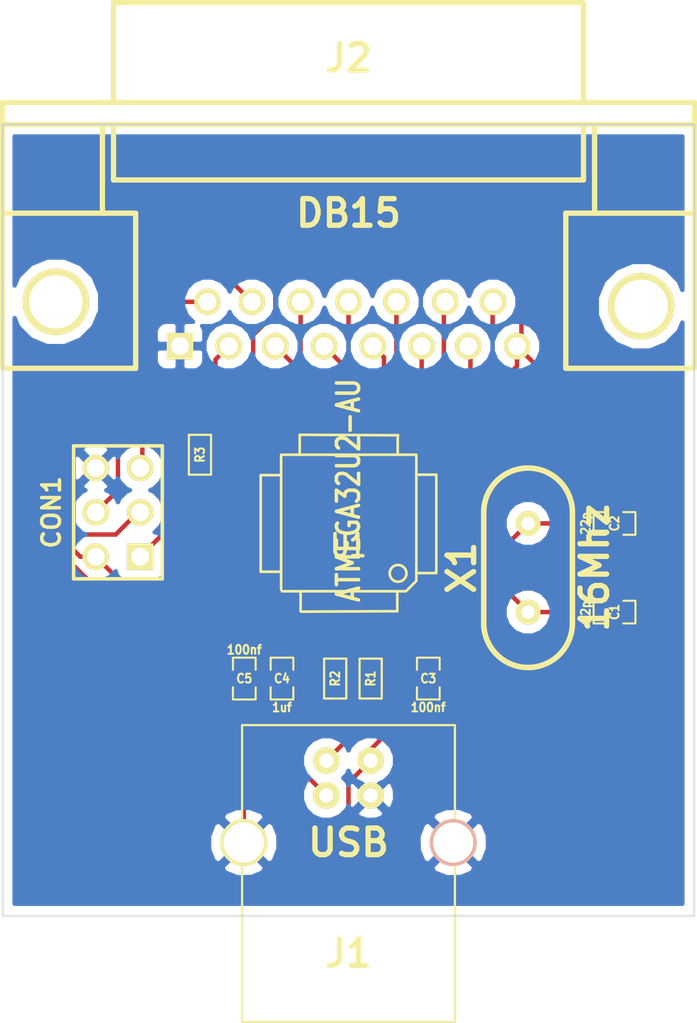
<source format=kicad_pcb>
(kicad_pcb (version 3) (host pcbnew "(22-Jun-2014 BZR 4027)-stable")

  (general
    (links 46)
    (no_connects 0)
    (area 190.703999 120.599999 230.428001 166.039001)
    (thickness 1.6)
    (drawings 7)
    (tracks 209)
    (zones 0)
    (modules 13)
    (nets 27)
  )

  (page A3)
  (layers
    (15 F.Cu signal)
    (0 B.Cu signal)
    (16 B.Adhes user)
    (17 F.Adhes user)
    (18 B.Paste user)
    (19 F.Paste user)
    (20 B.SilkS user)
    (21 F.SilkS user)
    (22 B.Mask user)
    (23 F.Mask user)
    (24 Dwgs.User user)
    (25 Cmts.User user)
    (26 Eco1.User user)
    (27 Eco2.User user)
    (28 Edge.Cuts user)
  )

  (setup
    (last_trace_width 0.254)
    (trace_clearance 0.254)
    (zone_clearance 0.508)
    (zone_45_only no)
    (trace_min 0.254)
    (segment_width 0.2)
    (edge_width 0.1)
    (via_size 0.889)
    (via_drill 0.635)
    (via_min_size 0.889)
    (via_min_drill 0.508)
    (uvia_size 0.508)
    (uvia_drill 0.127)
    (uvias_allowed no)
    (uvia_min_size 0.508)
    (uvia_min_drill 0.127)
    (pcb_text_width 0.3)
    (pcb_text_size 1.5 1.5)
    (mod_edge_width 0.15)
    (mod_text_size 1 1)
    (mod_text_width 0.15)
    (pad_size 1.5 1.5)
    (pad_drill 0.6)
    (pad_to_mask_clearance 0)
    (aux_axis_origin 0 0)
    (visible_elements FFFFFFBF)
    (pcbplotparams
      (layerselection 3178497)
      (usegerberextensions true)
      (excludeedgelayer true)
      (linewidth 0.150000)
      (plotframeref false)
      (viasonmask false)
      (mode 1)
      (useauxorigin false)
      (hpglpennumber 1)
      (hpglpenspeed 20)
      (hpglpendiameter 15)
      (hpglpenoverlay 2)
      (psnegative false)
      (psa4output false)
      (plotreference true)
      (plotvalue true)
      (plotothertext true)
      (plotinvisibletext false)
      (padsonsilk false)
      (subtractmaskfromsilk false)
      (outputformat 1)
      (mirror false)
      (drillshape 1)
      (scaleselection 1)
      (outputdirectory ""))
  )

  (net 0 "")
  (net 1 A_BUTTON)
  (net 2 B_BUTTON)
  (net 3 C_BUTTON)
  (net 4 DOWN)
  (net 5 D_BUTTON)
  (net 6 D_KICK_2)
  (net 7 GND)
  (net 8 KICK_1)
  (net 9 KICK_3)
  (net 10 LEFT)
  (net 11 MISO)
  (net 12 MOSI)
  (net 13 N-0000015)
  (net 14 N-0000016)
  (net 15 N-0000022)
  (net 16 N-0000023)
  (net 17 N-0000027)
  (net 18 N-0000028)
  (net 19 N-0000029)
  (net 20 RESET)
  (net 21 RIGHT)
  (net 22 SCK)
  (net 23 SELECT)
  (net 24 START)
  (net 25 UP)
  (net 26 VCC)

  (net_class Default "Ceci est la Netclass par défaut"
    (clearance 0.254)
    (trace_width 0.254)
    (via_dia 0.889)
    (via_drill 0.635)
    (uvia_dia 0.508)
    (uvia_drill 0.127)
    (add_net "")
    (add_net A_BUTTON)
    (add_net B_BUTTON)
    (add_net C_BUTTON)
    (add_net DOWN)
    (add_net D_BUTTON)
    (add_net D_KICK_2)
    (add_net GND)
    (add_net KICK_1)
    (add_net KICK_3)
    (add_net LEFT)
    (add_net MISO)
    (add_net MOSI)
    (add_net N-0000015)
    (add_net N-0000016)
    (add_net N-0000022)
    (add_net N-0000023)
    (add_net N-0000027)
    (add_net N-0000028)
    (add_net N-0000029)
    (add_net RESET)
    (add_net RIGHT)
    (add_net SCK)
    (add_net SELECT)
    (add_net START)
    (add_net UP)
    (add_net VCC)
  )

  (module USB_B (layer F.Cu) (tedit 48A935FA) (tstamp 53DD6FF2)
    (at 210.566 161.798)
    (tags USB)
    (path /53DB98C4)
    (fp_text reference J1 (at 0 6.35) (layer F.SilkS)
      (effects (font (size 1.524 1.524) (thickness 0.3048)))
    )
    (fp_text value USB (at 0 0) (layer F.SilkS)
      (effects (font (size 1.524 1.524) (thickness 0.3048)))
    )
    (fp_line (start -6.096 10.287) (end 6.096 10.287) (layer F.SilkS) (width 0.127))
    (fp_line (start 6.096 10.287) (end 6.096 -6.731) (layer F.SilkS) (width 0.127))
    (fp_line (start 6.096 -6.731) (end -6.096 -6.731) (layer F.SilkS) (width 0.127))
    (fp_line (start -6.096 -6.731) (end -6.096 10.287) (layer F.SilkS) (width 0.127))
    (pad 1 thru_hole circle (at 1.27 -4.699) (size 1.524 1.524) (drill 0.8128)
      (layers *.Cu *.Mask F.SilkS)
      (net 26 VCC)
    )
    (pad 2 thru_hole circle (at -1.27 -4.699) (size 1.524 1.524) (drill 0.8128)
      (layers *.Cu *.Mask F.SilkS)
      (net 15 N-0000022)
    )
    (pad 3 thru_hole circle (at -1.27 -2.70002) (size 1.524 1.524) (drill 0.8128)
      (layers *.Cu *.Mask F.SilkS)
      (net 16 N-0000023)
    )
    (pad 4 thru_hole circle (at 1.27 -2.70002) (size 1.524 1.524) (drill 0.8128)
      (layers *.Cu *.Mask F.SilkS)
      (net 7 GND)
    )
    (pad 5 np_thru_hole circle (at 5.99948 0) (size 2.70002 2.70002) (drill 2.30124)
      (layers *.Cu *.SilkS *.Mask)
      (net 7 GND)
    )
    (pad 6 thru_hole circle (at -5.99948 0) (size 2.70002 2.70002) (drill 2.30124)
      (layers *.Cu *.Mask F.SilkS)
      (net 7 GND)
    )
    (model connectors/USB_type_B.wrl
      (at (xyz 0 0 0.001))
      (scale (xyz 0.3937 0.3937 0.3937))
      (rotate (xyz 0 0 0))
    )
  )

  (module TQFP32 (layer F.Cu) (tedit 53DD7096) (tstamp 53DD7028)
    (at 210.566 143.51 180)
    (path /53DBB1ED)
    (fp_text reference U1 (at 0 -1.27 180) (layer F.SilkS)
      (effects (font (size 1.27 1.016) (thickness 0.2032)))
    )
    (fp_text value ATMEGA32U2-AU (at 0 1.905 270) (layer F.SilkS)
      (effects (font (size 1.27 1.016) (thickness 0.2032)))
    )
    (fp_line (start 5.0292 2.7686) (end 3.8862 2.7686) (layer F.SilkS) (width 0.1524))
    (fp_line (start 5.0292 -2.7686) (end 3.9116 -2.7686) (layer F.SilkS) (width 0.1524))
    (fp_line (start 5.0292 2.7686) (end 5.0292 -2.7686) (layer F.SilkS) (width 0.1524))
    (fp_line (start 2.794 3.9624) (end 2.794 5.0546) (layer F.SilkS) (width 0.1524))
    (fp_line (start -2.8194 3.9878) (end -2.8194 5.0546) (layer F.SilkS) (width 0.1524))
    (fp_line (start -2.8448 5.0546) (end 2.794 5.08) (layer F.SilkS) (width 0.1524))
    (fp_line (start -2.794 -5.0292) (end 2.7178 -5.0546) (layer F.SilkS) (width 0.1524))
    (fp_line (start -3.8862 -3.2766) (end -3.8862 3.9116) (layer F.SilkS) (width 0.1524))
    (fp_line (start 2.7432 -5.0292) (end 2.7432 -3.9878) (layer F.SilkS) (width 0.1524))
    (fp_line (start -3.2512 -3.8862) (end 3.81 -3.8862) (layer F.SilkS) (width 0.1524))
    (fp_line (start 3.8608 3.937) (end 3.8608 -3.7846) (layer F.SilkS) (width 0.1524))
    (fp_line (start -3.8862 3.937) (end 3.7338 3.937) (layer F.SilkS) (width 0.1524))
    (fp_line (start -5.0292 -2.8448) (end -5.0292 2.794) (layer F.SilkS) (width 0.1524))
    (fp_line (start -5.0292 2.794) (end -3.8862 2.794) (layer F.SilkS) (width 0.1524))
    (fp_line (start -3.87604 -3.302) (end -3.29184 -3.8862) (layer F.SilkS) (width 0.1524))
    (fp_line (start -5.02412 -2.8448) (end -3.87604 -2.8448) (layer F.SilkS) (width 0.1524))
    (fp_line (start -2.794 -3.8862) (end -2.794 -5.03428) (layer F.SilkS) (width 0.1524))
    (fp_circle (center -2.83972 -2.86004) (end -2.43332 -2.60604) (layer F.SilkS) (width 0.1524))
    (pad 8 smd rect (at -4.81584 2.77622 180) (size 1.99898 0.44958)
      (layers F.Cu F.Paste F.Mask)
      (net 21 RIGHT)
    )
    (pad 7 smd rect (at -4.81584 1.97612 180) (size 1.99898 0.44958)
      (layers F.Cu F.Paste F.Mask)
      (net 10 LEFT)
    )
    (pad 6 smd rect (at -4.81584 1.17602 180) (size 1.99898 0.44958)
      (layers F.Cu F.Paste F.Mask)
      (net 4 DOWN)
    )
    (pad 5 smd rect (at -4.81584 0.37592 180) (size 1.99898 0.44958)
      (layers F.Cu F.Paste F.Mask)
      (net 25 UP)
    )
    (pad 4 smd rect (at -4.81584 -0.42418 180) (size 1.99898 0.44958)
      (layers F.Cu F.Paste F.Mask)
      (net 26 VCC)
    )
    (pad 3 smd rect (at -4.81584 -1.22428 180) (size 1.99898 0.44958)
      (layers F.Cu F.Paste F.Mask)
      (net 7 GND)
    )
    (pad 2 smd rect (at -4.81584 -2.02438 180) (size 1.99898 0.44958)
      (layers F.Cu F.Paste F.Mask)
      (net 19 N-0000029)
    )
    (pad 1 smd rect (at -4.81584 -2.82448 180) (size 1.99898 0.44958)
      (layers F.Cu F.Paste F.Mask)
      (net 18 N-0000028)
    )
    (pad 24 smd rect (at 4.7498 -2.8194 180) (size 1.99898 0.44958)
      (layers F.Cu F.Paste F.Mask)
      (net 20 RESET)
    )
    (pad 17 smd rect (at 4.7498 2.794 180) (size 1.99898 0.44958)
      (layers F.Cu F.Paste F.Mask)
      (net 11 MISO)
    )
    (pad 18 smd rect (at 4.7498 1.9812 180) (size 1.99898 0.44958)
      (layers F.Cu F.Paste F.Mask)
      (net 8 KICK_1)
    )
    (pad 19 smd rect (at 4.7498 1.1684 180) (size 1.99898 0.44958)
      (layers F.Cu F.Paste F.Mask)
      (net 6 D_KICK_2)
    )
    (pad 20 smd rect (at 4.7498 0.381 180) (size 1.99898 0.44958)
      (layers F.Cu F.Paste F.Mask)
      (net 9 KICK_3)
    )
    (pad 21 smd rect (at 4.7498 -0.4318 180) (size 1.99898 0.44958)
      (layers F.Cu F.Paste F.Mask)
    )
    (pad 22 smd rect (at 4.7498 -1.2192 180) (size 1.99898 0.44958)
      (layers F.Cu F.Paste F.Mask)
    )
    (pad 23 smd rect (at 4.7498 -2.032 180) (size 1.99898 0.44958)
      (layers F.Cu F.Paste F.Mask)
    )
    (pad 32 smd rect (at -2.82448 -4.826 180) (size 0.44958 1.99898)
      (layers F.Cu F.Paste F.Mask)
      (net 26 VCC)
    )
    (pad 31 smd rect (at -2.02692 -4.826 180) (size 0.44958 1.99898)
      (layers F.Cu F.Paste F.Mask)
      (net 26 VCC)
    )
    (pad 30 smd rect (at -1.22428 -4.826 180) (size 0.44958 1.99898)
      (layers F.Cu F.Paste F.Mask)
      (net 14 N-0000016)
    )
    (pad 29 smd rect (at -0.42672 -4.826 180) (size 0.44958 1.99898)
      (layers F.Cu F.Paste F.Mask)
      (net 17 N-0000027)
    )
    (pad 28 smd rect (at 0.37592 -4.826 180) (size 0.44958 1.99898)
      (layers F.Cu F.Paste F.Mask)
      (net 7 GND)
    )
    (pad 27 smd rect (at 1.17348 -4.826 180) (size 0.44958 1.99898)
      (layers F.Cu F.Paste F.Mask)
      (net 13 N-0000015)
    )
    (pad 26 smd rect (at 1.97612 -4.826 180) (size 0.44958 1.99898)
      (layers F.Cu F.Paste F.Mask)
    )
    (pad 25 smd rect (at 2.77368 -4.826 180) (size 0.44958 1.99898)
      (layers F.Cu F.Paste F.Mask)
    )
    (pad 9 smd rect (at -2.8194 4.7752 180) (size 0.44958 1.99898)
      (layers F.Cu F.Paste F.Mask)
      (net 1 A_BUTTON)
    )
    (pad 10 smd rect (at -2.032 4.7752 180) (size 0.44958 1.99898)
      (layers F.Cu F.Paste F.Mask)
      (net 2 B_BUTTON)
    )
    (pad 11 smd rect (at -1.2192 4.7752 180) (size 0.44958 1.99898)
      (layers F.Cu F.Paste F.Mask)
      (net 3 C_BUTTON)
    )
    (pad 12 smd rect (at -0.4318 4.7752 180) (size 0.44958 1.99898)
      (layers F.Cu F.Paste F.Mask)
      (net 5 D_BUTTON)
    )
    (pad 13 smd rect (at 0.3556 4.7752 180) (size 0.44958 1.99898)
      (layers F.Cu F.Paste F.Mask)
      (net 24 START)
    )
    (pad 14 smd rect (at 1.1684 4.7752 180) (size 0.44958 1.99898)
      (layers F.Cu F.Paste F.Mask)
      (net 23 SELECT)
    )
    (pad 15 smd rect (at 1.9812 4.7752 180) (size 0.44958 1.99898)
      (layers F.Cu F.Paste F.Mask)
      (net 22 SCK)
    )
    (pad 16 smd rect (at 2.794 4.7752 180) (size 0.44958 1.99898)
      (layers F.Cu F.Paste F.Mask)
      (net 12 MOSI)
    )
    (model smd/tqfp32.wrl
      (at (xyz 0 0 0))
      (scale (xyz 1 1 1))
      (rotate (xyz 0 0 0))
    )
  )

  (module SM0603_Capa (layer F.Cu) (tedit 5051B1EC) (tstamp 53DD7034)
    (at 206.756 152.4 90)
    (path /53DC158C)
    (attr smd)
    (fp_text reference C4 (at 0 0 180) (layer F.SilkS)
      (effects (font (size 0.508 0.4572) (thickness 0.1143)))
    )
    (fp_text value 1uf (at -1.651 0 180) (layer F.SilkS)
      (effects (font (size 0.508 0.4572) (thickness 0.1143)))
    )
    (fp_line (start 0.50038 0.65024) (end 1.19888 0.65024) (layer F.SilkS) (width 0.11938))
    (fp_line (start -0.50038 0.65024) (end -1.19888 0.65024) (layer F.SilkS) (width 0.11938))
    (fp_line (start 0.50038 -0.65024) (end 1.19888 -0.65024) (layer F.SilkS) (width 0.11938))
    (fp_line (start -1.19888 -0.65024) (end -0.50038 -0.65024) (layer F.SilkS) (width 0.11938))
    (fp_line (start 1.19888 -0.635) (end 1.19888 0.635) (layer F.SilkS) (width 0.11938))
    (fp_line (start -1.19888 0.635) (end -1.19888 -0.635) (layer F.SilkS) (width 0.11938))
    (pad 1 smd rect (at -0.762 0 90) (size 0.635 1.143)
      (layers F.Cu F.Paste F.Mask)
      (net 7 GND)
    )
    (pad 2 smd rect (at 0.762 0 90) (size 0.635 1.143)
      (layers F.Cu F.Paste F.Mask)
      (net 13 N-0000015)
    )
    (model smd\capacitors\C0603.wrl
      (at (xyz 0 0 0.001))
      (scale (xyz 0.5 0.5 0.5))
      (rotate (xyz 0 0 0))
    )
  )

  (module SM0603_Capa (layer F.Cu) (tedit 5051B1EC) (tstamp 53DD7040)
    (at 225.806 148.59)
    (path /53DC159B)
    (attr smd)
    (fp_text reference C1 (at 0 0 90) (layer F.SilkS)
      (effects (font (size 0.508 0.4572) (thickness 0.1143)))
    )
    (fp_text value 22p (at -1.651 0 90) (layer F.SilkS)
      (effects (font (size 0.508 0.4572) (thickness 0.1143)))
    )
    (fp_line (start 0.50038 0.65024) (end 1.19888 0.65024) (layer F.SilkS) (width 0.11938))
    (fp_line (start -0.50038 0.65024) (end -1.19888 0.65024) (layer F.SilkS) (width 0.11938))
    (fp_line (start 0.50038 -0.65024) (end 1.19888 -0.65024) (layer F.SilkS) (width 0.11938))
    (fp_line (start -1.19888 -0.65024) (end -0.50038 -0.65024) (layer F.SilkS) (width 0.11938))
    (fp_line (start 1.19888 -0.635) (end 1.19888 0.635) (layer F.SilkS) (width 0.11938))
    (fp_line (start -1.19888 0.635) (end -1.19888 -0.635) (layer F.SilkS) (width 0.11938))
    (pad 1 smd rect (at -0.762 0) (size 0.635 1.143)
      (layers F.Cu F.Paste F.Mask)
      (net 18 N-0000028)
    )
    (pad 2 smd rect (at 0.762 0) (size 0.635 1.143)
      (layers F.Cu F.Paste F.Mask)
      (net 7 GND)
    )
    (model smd\capacitors\C0603.wrl
      (at (xyz 0 0 0.001))
      (scale (xyz 0.5 0.5 0.5))
      (rotate (xyz 0 0 0))
    )
  )

  (module SM0603_Capa (layer F.Cu) (tedit 5051B1EC) (tstamp 53DD704C)
    (at 225.806 143.51)
    (path /53DC15AA)
    (attr smd)
    (fp_text reference C2 (at 0 0 90) (layer F.SilkS)
      (effects (font (size 0.508 0.4572) (thickness 0.1143)))
    )
    (fp_text value 22p (at -1.651 0 90) (layer F.SilkS)
      (effects (font (size 0.508 0.4572) (thickness 0.1143)))
    )
    (fp_line (start 0.50038 0.65024) (end 1.19888 0.65024) (layer F.SilkS) (width 0.11938))
    (fp_line (start -0.50038 0.65024) (end -1.19888 0.65024) (layer F.SilkS) (width 0.11938))
    (fp_line (start 0.50038 -0.65024) (end 1.19888 -0.65024) (layer F.SilkS) (width 0.11938))
    (fp_line (start -1.19888 -0.65024) (end -0.50038 -0.65024) (layer F.SilkS) (width 0.11938))
    (fp_line (start 1.19888 -0.635) (end 1.19888 0.635) (layer F.SilkS) (width 0.11938))
    (fp_line (start -1.19888 0.635) (end -1.19888 -0.635) (layer F.SilkS) (width 0.11938))
    (pad 1 smd rect (at -0.762 0) (size 0.635 1.143)
      (layers F.Cu F.Paste F.Mask)
      (net 19 N-0000029)
    )
    (pad 2 smd rect (at 0.762 0) (size 0.635 1.143)
      (layers F.Cu F.Paste F.Mask)
      (net 7 GND)
    )
    (model smd\capacitors\C0603.wrl
      (at (xyz 0 0 0.001))
      (scale (xyz 0.5 0.5 0.5))
      (rotate (xyz 0 0 0))
    )
  )

  (module SM0603_Capa (layer F.Cu) (tedit 5051B1EC) (tstamp 53DD7058)
    (at 215.138 152.4 90)
    (path /53DD214D)
    (attr smd)
    (fp_text reference C3 (at 0 0 180) (layer F.SilkS)
      (effects (font (size 0.508 0.4572) (thickness 0.1143)))
    )
    (fp_text value 100nf (at -1.651 0 180) (layer F.SilkS)
      (effects (font (size 0.508 0.4572) (thickness 0.1143)))
    )
    (fp_line (start 0.50038 0.65024) (end 1.19888 0.65024) (layer F.SilkS) (width 0.11938))
    (fp_line (start -0.50038 0.65024) (end -1.19888 0.65024) (layer F.SilkS) (width 0.11938))
    (fp_line (start 0.50038 -0.65024) (end 1.19888 -0.65024) (layer F.SilkS) (width 0.11938))
    (fp_line (start -1.19888 -0.65024) (end -0.50038 -0.65024) (layer F.SilkS) (width 0.11938))
    (fp_line (start 1.19888 -0.635) (end 1.19888 0.635) (layer F.SilkS) (width 0.11938))
    (fp_line (start -1.19888 0.635) (end -1.19888 -0.635) (layer F.SilkS) (width 0.11938))
    (pad 1 smd rect (at -0.762 0 90) (size 0.635 1.143)
      (layers F.Cu F.Paste F.Mask)
      (net 7 GND)
    )
    (pad 2 smd rect (at 0.762 0 90) (size 0.635 1.143)
      (layers F.Cu F.Paste F.Mask)
      (net 26 VCC)
    )
    (model smd\capacitors\C0603.wrl
      (at (xyz 0 0 0.001))
      (scale (xyz 0.5 0.5 0.5))
      (rotate (xyz 0 0 0))
    )
  )

  (module SM0603 (layer F.Cu) (tedit 4E43A3D1) (tstamp 53DD7062)
    (at 211.836 152.4 90)
    (path /53DBBAFE)
    (attr smd)
    (fp_text reference R1 (at 0 0 90) (layer F.SilkS)
      (effects (font (size 0.508 0.4572) (thickness 0.1143)))
    )
    (fp_text value 22ohms (at 0 0 90) (layer F.SilkS) hide
      (effects (font (size 0.508 0.4572) (thickness 0.1143)))
    )
    (fp_line (start -1.143 -0.635) (end 1.143 -0.635) (layer F.SilkS) (width 0.127))
    (fp_line (start 1.143 -0.635) (end 1.143 0.635) (layer F.SilkS) (width 0.127))
    (fp_line (start 1.143 0.635) (end -1.143 0.635) (layer F.SilkS) (width 0.127))
    (fp_line (start -1.143 0.635) (end -1.143 -0.635) (layer F.SilkS) (width 0.127))
    (pad 1 smd rect (at -0.762 0 90) (size 0.635 1.143)
      (layers F.Cu F.Paste F.Mask)
      (net 15 N-0000022)
    )
    (pad 2 smd rect (at 0.762 0 90) (size 0.635 1.143)
      (layers F.Cu F.Paste F.Mask)
      (net 14 N-0000016)
    )
    (model smd\resistors\R0603.wrl
      (at (xyz 0 0 0.001))
      (scale (xyz 0.5 0.5 0.5))
      (rotate (xyz 0 0 0))
    )
  )

  (module SM0603 (layer F.Cu) (tedit 4E43A3D1) (tstamp 53DD706C)
    (at 209.804 152.4 90)
    (path /53DBBB0D)
    (attr smd)
    (fp_text reference R2 (at 0 0 90) (layer F.SilkS)
      (effects (font (size 0.508 0.4572) (thickness 0.1143)))
    )
    (fp_text value 22ohms (at 0 0 90) (layer F.SilkS) hide
      (effects (font (size 0.508 0.4572) (thickness 0.1143)))
    )
    (fp_line (start -1.143 -0.635) (end 1.143 -0.635) (layer F.SilkS) (width 0.127))
    (fp_line (start 1.143 -0.635) (end 1.143 0.635) (layer F.SilkS) (width 0.127))
    (fp_line (start 1.143 0.635) (end -1.143 0.635) (layer F.SilkS) (width 0.127))
    (fp_line (start -1.143 0.635) (end -1.143 -0.635) (layer F.SilkS) (width 0.127))
    (pad 1 smd rect (at -0.762 0 90) (size 0.635 1.143)
      (layers F.Cu F.Paste F.Mask)
      (net 16 N-0000023)
    )
    (pad 2 smd rect (at 0.762 0 90) (size 0.635 1.143)
      (layers F.Cu F.Paste F.Mask)
      (net 17 N-0000027)
    )
    (model smd\resistors\R0603.wrl
      (at (xyz 0 0 0.001))
      (scale (xyz 0.5 0.5 0.5))
      (rotate (xyz 0 0 0))
    )
  )

  (module SM0603 (layer F.Cu) (tedit 4E43A3D1) (tstamp 53DD7076)
    (at 202.057 139.573 90)
    (path /53DC1CB7)
    (attr smd)
    (fp_text reference R3 (at 0 0 90) (layer F.SilkS)
      (effects (font (size 0.508 0.4572) (thickness 0.1143)))
    )
    (fp_text value 10K (at 0 0 90) (layer F.SilkS) hide
      (effects (font (size 0.508 0.4572) (thickness 0.1143)))
    )
    (fp_line (start -1.143 -0.635) (end 1.143 -0.635) (layer F.SilkS) (width 0.127))
    (fp_line (start 1.143 -0.635) (end 1.143 0.635) (layer F.SilkS) (width 0.127))
    (fp_line (start 1.143 0.635) (end -1.143 0.635) (layer F.SilkS) (width 0.127))
    (fp_line (start -1.143 0.635) (end -1.143 -0.635) (layer F.SilkS) (width 0.127))
    (pad 1 smd rect (at -0.762 0 90) (size 0.635 1.143)
      (layers F.Cu F.Paste F.Mask)
      (net 26 VCC)
    )
    (pad 2 smd rect (at 0.762 0 90) (size 0.635 1.143)
      (layers F.Cu F.Paste F.Mask)
      (net 20 RESET)
    )
    (model smd\resistors\R0603.wrl
      (at (xyz 0 0 0.001))
      (scale (xyz 0.5 0.5 0.5))
      (rotate (xyz 0 0 0))
    )
  )

  (module pin_array_3x2 (layer F.Cu) (tedit 42931587) (tstamp 53DD7084)
    (at 197.358 142.875 90)
    (descr "Double rangee de contacts 2 x 4 pins")
    (tags CONN)
    (path /53DC1AF4)
    (fp_text reference CON1 (at 0 -3.81 90) (layer F.SilkS)
      (effects (font (size 1.016 1.016) (thickness 0.2032)))
    )
    (fp_text value AVR-ISP6 (at 0 3.81 90) (layer F.SilkS) hide
      (effects (font (size 1.016 1.016) (thickness 0.2032)))
    )
    (fp_line (start 3.81 2.54) (end -3.81 2.54) (layer F.SilkS) (width 0.2032))
    (fp_line (start -3.81 -2.54) (end 3.81 -2.54) (layer F.SilkS) (width 0.2032))
    (fp_line (start 3.81 -2.54) (end 3.81 2.54) (layer F.SilkS) (width 0.2032))
    (fp_line (start -3.81 2.54) (end -3.81 -2.54) (layer F.SilkS) (width 0.2032))
    (pad 1 thru_hole rect (at -2.54 1.27 90) (size 1.524 1.524) (drill 1.016)
      (layers *.Cu *.Mask F.SilkS)
      (net 11 MISO)
    )
    (pad 2 thru_hole circle (at -2.54 -1.27 90) (size 1.524 1.524) (drill 1.016)
      (layers *.Cu *.Mask F.SilkS)
      (net 26 VCC)
    )
    (pad 3 thru_hole circle (at 0 1.27 90) (size 1.524 1.524) (drill 1.016)
      (layers *.Cu *.Mask F.SilkS)
      (net 22 SCK)
    )
    (pad 4 thru_hole circle (at 0 -1.27 90) (size 1.524 1.524) (drill 1.016)
      (layers *.Cu *.Mask F.SilkS)
      (net 12 MOSI)
    )
    (pad 5 thru_hole circle (at 2.54 1.27 90) (size 1.524 1.524) (drill 1.016)
      (layers *.Cu *.Mask F.SilkS)
      (net 20 RESET)
    )
    (pad 6 thru_hole circle (at 2.54 -1.27 90) (size 1.524 1.524) (drill 1.016)
      (layers *.Cu *.Mask F.SilkS)
      (net 7 GND)
    )
    (model pin_array/pins_array_3x2.wrl
      (at (xyz 0 0 0))
      (scale (xyz 1 1 1))
      (rotate (xyz 0 0 0))
    )
  )

  (module HC-49V (layer F.Cu) (tedit 4C5EC450) (tstamp 53DD7090)
    (at 220.853 146.05 90)
    (descr "Quartz boitier HC-49 Vertical")
    (tags "QUARTZ DEV")
    (path /53DBBAE1)
    (autoplace_cost180 10)
    (fp_text reference X1 (at 0 -3.81 90) (layer F.SilkS)
      (effects (font (size 1.524 1.524) (thickness 0.3048)))
    )
    (fp_text value 16Mhz (at 0 3.81 90) (layer F.SilkS)
      (effects (font (size 1.524 1.524) (thickness 0.3048)))
    )
    (fp_line (start -3.175 2.54) (end 3.175 2.54) (layer F.SilkS) (width 0.3175))
    (fp_line (start -3.175 -2.54) (end 3.175 -2.54) (layer F.SilkS) (width 0.3175))
    (fp_arc (start 3.175 0) (end 3.175 -2.54) (angle 90) (layer F.SilkS) (width 0.3175))
    (fp_arc (start 3.175 0) (end 5.715 0) (angle 90) (layer F.SilkS) (width 0.3175))
    (fp_arc (start -3.175 0) (end -5.715 0) (angle 90) (layer F.SilkS) (width 0.3175))
    (fp_arc (start -3.175 0) (end -3.175 2.54) (angle 90) (layer F.SilkS) (width 0.3175))
    (pad 1 thru_hole circle (at -2.54 0 90) (size 1.4224 1.4224) (drill 0.762)
      (layers *.Cu *.Mask F.SilkS)
      (net 18 N-0000028)
    )
    (pad 2 thru_hole circle (at 2.54 0 90) (size 1.4224 1.4224) (drill 0.762)
      (layers *.Cu *.Mask F.SilkS)
      (net 19 N-0000029)
    )
    (model discret/xtal/crystal_hc18u_vertical.wrl
      (at (xyz 0 0 0))
      (scale (xyz 1 1 0.2))
      (rotate (xyz 0 0 0))
    )
  )

  (module DB15FC (layer F.Cu) (tedit 200000) (tstamp 53DD70B8)
    (at 210.566 132.08)
    (descr "Connecteur DB15 femelle couche")
    (tags "CONN DB15")
    (path /53DC2004)
    (fp_text reference J2 (at 0 -15.24) (layer F.SilkS)
      (effects (font (size 1.524 1.524) (thickness 0.3048)))
    )
    (fp_text value DB15 (at 0 -6.35) (layer F.SilkS)
      (effects (font (size 1.524 1.524) (thickness 0.3048)))
    )
    (fp_line (start 19.812 -11.43) (end -19.812 -11.43) (layer F.SilkS) (width 0.3048))
    (fp_line (start 19.812 -12.7) (end -19.812 -12.7) (layer F.SilkS) (width 0.3048))
    (fp_line (start 13.462 -8.255) (end -13.462 -8.255) (layer F.SilkS) (width 0.3048))
    (fp_line (start -13.462 -18.415) (end 13.462 -18.415) (layer F.SilkS) (width 0.3048))
    (fp_line (start 13.462 -12.7) (end 13.462 -18.415) (layer F.SilkS) (width 0.3048))
    (fp_line (start 13.462 -8.255) (end 13.462 -11.43) (layer F.SilkS) (width 0.3048))
    (fp_line (start 14.097 -6.35) (end 14.097 -11.43) (layer F.SilkS) (width 0.3048))
    (fp_line (start 12.446 -6.35) (end 19.812 -6.35) (layer F.SilkS) (width 0.3048))
    (fp_line (start 12.446 2.54) (end 12.446 -6.35) (layer F.SilkS) (width 0.3048))
    (fp_line (start 19.812 2.54) (end 12.446 2.54) (layer F.SilkS) (width 0.3048))
    (fp_line (start 19.812 2.54) (end 19.812 -12.7) (layer F.SilkS) (width 0.3048))
    (fp_line (start -14.097 -11.43) (end -14.097 -6.35) (layer F.SilkS) (width 0.3048))
    (fp_line (start -12.192 -6.35) (end -12.192 2.54) (layer F.SilkS) (width 0.3048))
    (fp_line (start -19.812 2.54) (end -19.812 -11.43) (layer F.SilkS) (width 0.3048))
    (fp_line (start -19.812 -6.35) (end -12.192 -6.35) (layer F.SilkS) (width 0.3048))
    (fp_line (start -13.462 -8.255) (end -13.462 -11.43) (layer F.SilkS) (width 0.3048))
    (fp_line (start -13.462 -18.415) (end -13.462 -12.7) (layer F.SilkS) (width 0.3048))
    (fp_line (start -19.812 -12.7) (end -19.812 -11.43) (layer F.SilkS) (width 0.3048))
    (fp_line (start -19.812 2.54) (end -12.192 2.54) (layer F.SilkS) (width 0.3048))
    (pad "" thru_hole circle (at 16.764 -1.016) (size 3.81 3.81) (drill 3.048)
      (layers *.Cu *.Mask F.SilkS)
    )
    (pad "" thru_hole circle (at -16.764 -1.27) (size 3.81 3.81) (drill 3.048)
      (layers *.Cu *.Mask F.SilkS)
    )
    (pad 1 thru_hole rect (at -9.652 1.27) (size 1.524 1.524) (drill 1.016)
      (layers *.Cu *.Mask F.SilkS)
      (net 7 GND)
    )
    (pad 2 thru_hole circle (at -6.858 1.27) (size 1.524 1.524) (drill 1.016)
      (layers *.Cu *.Mask F.SilkS)
      (net 8 KICK_1)
    )
    (pad 3 thru_hole circle (at -4.191 1.27) (size 1.524 1.524) (drill 1.016)
      (layers *.Cu *.Mask F.SilkS)
      (net 23 SELECT)
    )
    (pad 4 thru_hole circle (at -1.397 1.27) (size 1.524 1.524) (drill 1.016)
      (layers *.Cu *.Mask F.SilkS)
      (net 5 D_BUTTON)
    )
    (pad 5 thru_hole circle (at 1.397 1.27) (size 1.524 1.524) (drill 1.016)
      (layers *.Cu *.Mask F.SilkS)
      (net 2 B_BUTTON)
    )
    (pad 6 thru_hole circle (at 4.191 1.27) (size 1.524 1.524) (drill 1.016)
      (layers *.Cu *.Mask F.SilkS)
      (net 21 RIGHT)
    )
    (pad 7 thru_hole circle (at 6.858 1.27) (size 1.524 1.524) (drill 1.016)
      (layers *.Cu *.Mask F.SilkS)
      (net 4 DOWN)
    )
    (pad 8 thru_hole circle (at 9.652 1.27) (size 1.524 1.524) (drill 1.016)
      (layers *.Cu *.Mask F.SilkS)
      (net 26 VCC)
    )
    (pad 9 thru_hole circle (at -8.0772 -1.27) (size 1.524 1.524) (drill 1.016)
      (layers *.Cu *.Mask F.SilkS)
      (net 6 D_KICK_2)
    )
    (pad 10 thru_hole circle (at -5.5372 -1.27) (size 1.524 1.524) (drill 1.016)
      (layers *.Cu *.Mask F.SilkS)
      (net 9 KICK_3)
    )
    (pad 11 thru_hole circle (at -2.7432 -1.27) (size 1.524 1.524) (drill 1.016)
      (layers *.Cu *.Mask F.SilkS)
      (net 24 START)
    )
    (pad 12 thru_hole circle (at 0 -1.27) (size 1.524 1.524) (drill 1.016)
      (layers *.Cu *.Mask F.SilkS)
      (net 3 C_BUTTON)
    )
    (pad 13 thru_hole circle (at 2.7432 -1.27) (size 1.524 1.524) (drill 1.016)
      (layers *.Cu *.Mask F.SilkS)
      (net 1 A_BUTTON)
    )
    (pad 14 thru_hole circle (at 5.5372 -1.27) (size 1.524 1.524) (drill 1.016)
      (layers *.Cu *.Mask F.SilkS)
      (net 10 LEFT)
    )
    (pad 15 thru_hole circle (at 8.2804 -1.27) (size 1.524 1.524) (drill 1.016)
      (layers *.Cu *.Mask F.SilkS)
      (net 25 UP)
    )
    (model conn_DBxx/db15_female_pin90deg.wrl
      (at (xyz 0 0 0))
      (scale (xyz 1 1 1))
      (rotate (xyz 0 0 0))
    )
  )

  (module SM0603_Capa (layer F.Cu) (tedit 5051B1EC) (tstamp 53DE7E6D)
    (at 204.597 152.4 270)
    (path /53DE7D03)
    (attr smd)
    (fp_text reference C5 (at 0 0 360) (layer F.SilkS)
      (effects (font (size 0.508 0.4572) (thickness 0.1143)))
    )
    (fp_text value 100nf (at -1.651 0 360) (layer F.SilkS)
      (effects (font (size 0.508 0.4572) (thickness 0.1143)))
    )
    (fp_line (start 0.50038 0.65024) (end 1.19888 0.65024) (layer F.SilkS) (width 0.11938))
    (fp_line (start -0.50038 0.65024) (end -1.19888 0.65024) (layer F.SilkS) (width 0.11938))
    (fp_line (start 0.50038 -0.65024) (end 1.19888 -0.65024) (layer F.SilkS) (width 0.11938))
    (fp_line (start -1.19888 -0.65024) (end -0.50038 -0.65024) (layer F.SilkS) (width 0.11938))
    (fp_line (start 1.19888 -0.635) (end 1.19888 0.635) (layer F.SilkS) (width 0.11938))
    (fp_line (start -1.19888 0.635) (end -1.19888 -0.635) (layer F.SilkS) (width 0.11938))
    (pad 1 smd rect (at -0.762 0 270) (size 0.635 1.143)
      (layers F.Cu F.Paste F.Mask)
      (net 20 RESET)
    )
    (pad 2 smd rect (at 0.762 0 270) (size 0.635 1.143)
      (layers F.Cu F.Paste F.Mask)
      (net 7 GND)
    )
    (model smd\capacitors\C0603.wrl
      (at (xyz 0 0 0.001))
      (scale (xyz 0.5 0.5 0.5))
      (rotate (xyz 0 0 0))
    )
  )

  (gr_text "Copyright 2014 antoine terrienne" (at 226.822 158.496 90) (layer F.Cu)
    (effects (font (size 0.5 0.5) (thickness 0.125)))
  )
  (gr_text https://github.com/letoine/NeoGeoControllerToUSB (at 229.108 155.067 90) (layer F.Cu)
    (effects (font (size 0.5 0.5) (thickness 0.125)))
  )
  (gr_text "NeoGeoControllerToUSB v1.0" (at 227.965 159.512 90) (layer F.Cu)
    (effects (font (size 0.5 0.5) (thickness 0.125)))
  )
  (gr_line (start 230.378 120.65) (end 190.754 120.65) (angle 90) (layer Edge.Cuts) (width 0.1))
  (gr_line (start 230.378 165.989) (end 230.378 120.65) (angle 90) (layer Edge.Cuts) (width 0.1))
  (gr_line (start 190.754 165.989) (end 230.378 165.989) (angle 90) (layer Edge.Cuts) (width 0.1))
  (gr_line (start 190.754 120.65) (end 190.754 165.989) (angle 90) (layer Edge.Cuts) (width 0.1))

  (segment (start 213.3854 138.7348) (end 213.3092 138.6586) (width 0.254) (layer F.Cu) (net 1))
  (segment (start 213.3092 138.6586) (end 213.3092 130.81) (width 0.254) (layer F.Cu) (net 1) (tstamp 53DE5EE9))
  (segment (start 212.598 138.7348) (end 212.598 135.001) (width 0.254) (layer F.Cu) (net 2))
  (segment (start 212.598 133.985) (end 211.963 133.35) (width 0.254) (layer F.Cu) (net 2) (tstamp 53DE5EF1))
  (segment (start 212.598 135.001) (end 212.598 133.985) (width 0.254) (layer F.Cu) (net 2) (tstamp 53DE5EEF))
  (segment (start 211.7852 138.7348) (end 211.836 138.684) (width 0.254) (layer F.Cu) (net 3))
  (segment (start 210.566 133.985) (end 210.566 130.81) (width 0.254) (layer F.Cu) (net 3) (tstamp 53DE5EFF))
  (segment (start 211.836 135.255) (end 210.566 133.985) (width 0.254) (layer F.Cu) (net 3) (tstamp 53DE5EF8))
  (segment (start 211.836 138.684) (end 211.836 135.255) (width 0.254) (layer F.Cu) (net 3) (tstamp 53DE5EF4))
  (segment (start 215.38184 142.33398) (end 215.41486 142.367) (width 0.254) (layer F.Cu) (net 4))
  (segment (start 217.551 133.477) (end 217.424 133.35) (width 0.254) (layer F.Cu) (net 4) (tstamp 53DE5DC7))
  (segment (start 217.551 141.605) (end 217.551 133.477) (width 0.254) (layer F.Cu) (net 4) (tstamp 53DE5DC5))
  (segment (start 216.789 142.367) (end 217.551 141.605) (width 0.254) (layer F.Cu) (net 4) (tstamp 53DE5DBC))
  (segment (start 215.41486 142.367) (end 216.789 142.367) (width 0.254) (layer F.Cu) (net 4) (tstamp 53DE5DB9))
  (segment (start 210.9978 138.7348) (end 210.947 138.684) (width 0.254) (layer F.Cu) (net 5))
  (segment (start 210.947 135.128) (end 209.169 133.35) (width 0.254) (layer F.Cu) (net 5) (tstamp 53DE5F09))
  (segment (start 210.947 135.255) (end 210.947 135.128) (width 0.254) (layer F.Cu) (net 5) (tstamp 53DE5F08))
  (segment (start 210.947 138.684) (end 210.947 135.255) (width 0.254) (layer F.Cu) (net 5) (tstamp 53DE5F02))
  (segment (start 202.4888 130.81) (end 200.66 130.81) (width 0.254) (layer F.Cu) (net 6))
  (segment (start 205.7908 142.367) (end 202.692 142.367) (width 0.254) (layer F.Cu) (net 6) (tstamp 53DE6111))
  (segment (start 202.692 142.367) (end 202.184 142.875) (width 0.254) (layer F.Cu) (net 6) (tstamp 53DE6118))
  (segment (start 202.184 142.875) (end 202.184 146.05) (width 0.254) (layer F.Cu) (net 6) (tstamp 53DE611F))
  (segment (start 202.184 146.05) (end 200.025 148.209) (width 0.254) (layer F.Cu) (net 6) (tstamp 53DE6120))
  (segment (start 200.025 148.209) (end 196.342 148.209) (width 0.254) (layer F.Cu) (net 6) (tstamp 53DE612A))
  (segment (start 196.342 148.209) (end 192.913 144.78) (width 0.254) (layer F.Cu) (net 6) (tstamp 53DE612B))
  (segment (start 192.913 144.78) (end 192.786 144.653) (width 0.254) (layer F.Cu) (net 6) (tstamp 53DE6132))
  (segment (start 192.786 144.653) (end 192.786 138.684) (width 0.254) (layer F.Cu) (net 6) (tstamp 53DE6133))
  (segment (start 192.786 138.684) (end 200.66 130.81) (width 0.254) (layer F.Cu) (net 6) (tstamp 53DE6140))
  (segment (start 205.7908 142.367) (end 205.8162 142.3416) (width 0.254) (layer F.Cu) (net 6))
  (segment (start 204.597 153.162) (end 204.56652 153.19248) (width 0.254) (layer F.Cu) (net 7))
  (segment (start 204.56652 153.19248) (end 204.56652 161.798) (width 0.254) (layer F.Cu) (net 7) (tstamp 53DE7EEA))
  (segment (start 206.756 153.162) (end 204.597 153.162) (width 0.254) (layer F.Cu) (net 7))
  (segment (start 210.19008 148.336) (end 210.206788 148.352708) (width 0.254) (layer F.Cu) (net 7))
  (segment (start 206.883 153.289) (end 206.756 153.162) (width 0.254) (layer F.Cu) (net 7) (tstamp 53DE7ED9))
  (segment (start 207.772 153.289) (end 206.883 153.289) (width 0.254) (layer F.Cu) (net 7) (tstamp 53DE7ED4))
  (segment (start 208.153 152.908) (end 207.772 153.289) (width 0.254) (layer F.Cu) (net 7) (tstamp 53DE7ED1))
  (segment (start 208.153 151.13) (end 208.153 152.908) (width 0.254) (layer F.Cu) (net 7) (tstamp 53DE7ECC))
  (segment (start 208.661 150.622) (end 208.153 151.13) (width 0.254) (layer F.Cu) (net 7) (tstamp 53DE7EC8))
  (segment (start 208.788 150.622) (end 208.661 150.622) (width 0.254) (layer F.Cu) (net 7) (tstamp 53DE7EC5))
  (segment (start 209.042 150.622) (end 208.788 150.622) (width 0.254) (layer F.Cu) (net 7) (tstamp 53DE7EBD))
  (segment (start 210.206788 149.457212) (end 209.042 150.622) (width 0.254) (layer F.Cu) (net 7) (tstamp 53DE7EBB))
  (segment (start 210.206788 148.352708) (end 210.206788 149.457212) (width 0.254) (layer F.Cu) (net 7) (tstamp 53DE7EBA))
  (segment (start 226.568 148.59) (end 226.568 150.241) (width 0.254) (layer F.Cu) (net 7))
  (segment (start 223.647 153.162) (end 215.138 153.162) (width 0.254) (layer F.Cu) (net 7) (tstamp 53DE5EBE))
  (segment (start 226.568 150.241) (end 223.647 153.162) (width 0.254) (layer F.Cu) (net 7) (tstamp 53DE5EBB))
  (segment (start 226.568 143.51) (end 226.568 148.59) (width 0.254) (layer F.Cu) (net 7))
  (segment (start 215.38184 144.73428) (end 215.42756 144.78) (width 0.254) (layer F.Cu) (net 7))
  (segment (start 226.568 142.621) (end 226.568 143.51) (width 0.254) (layer F.Cu) (net 7) (tstamp 53DE5EB2))
  (segment (start 225.806 141.859) (end 226.568 142.621) (width 0.254) (layer F.Cu) (net 7) (tstamp 53DE5EAE))
  (segment (start 219.71 141.859) (end 225.806 141.859) (width 0.254) (layer F.Cu) (net 7) (tstamp 53DE5EAC))
  (segment (start 216.789 144.78) (end 219.71 141.859) (width 0.254) (layer F.Cu) (net 7) (tstamp 53DE5EA5))
  (segment (start 215.42756 144.78) (end 216.789 144.78) (width 0.254) (layer F.Cu) (net 7) (tstamp 53DE5EA1))
  (segment (start 215.138 153.162) (end 215.138 155.79598) (width 0.254) (layer F.Cu) (net 7))
  (segment (start 215.138 155.79598) (end 211.836 159.09798) (width 0.254) (layer F.Cu) (net 7) (tstamp 53DE49FB))
  (segment (start 210.19008 148.336) (end 210.19008 147.31492) (width 0.254) (layer F.Cu) (net 7))
  (segment (start 212.77072 144.73428) (end 215.38184 144.73428) (width 0.254) (layer F.Cu) (net 7) (tstamp 53DE49BE))
  (segment (start 210.19008 147.31492) (end 212.77072 144.73428) (width 0.254) (layer F.Cu) (net 7) (tstamp 53DE49BA))
  (segment (start 197.231 135.509) (end 202.946 135.509) (width 0.254) (layer F.Cu) (net 8))
  (segment (start 205.7654 141.478) (end 202.184 141.478) (width 0.254) (layer F.Cu) (net 8) (tstamp 53DE6075))
  (segment (start 202.184 141.478) (end 201.549 142.113) (width 0.254) (layer F.Cu) (net 8) (tstamp 53DE6078))
  (segment (start 201.549 142.113) (end 201.549 145.923) (width 0.254) (layer F.Cu) (net 8) (tstamp 53DE607A))
  (segment (start 201.549 145.923) (end 200.025 147.447) (width 0.254) (layer F.Cu) (net 8) (tstamp 53DE607E))
  (segment (start 200.025 147.447) (end 196.342 147.447) (width 0.254) (layer F.Cu) (net 8) (tstamp 53DE6081))
  (segment (start 196.342 147.447) (end 193.421 144.526) (width 0.254) (layer F.Cu) (net 8) (tstamp 53DE6089))
  (segment (start 193.421 144.526) (end 193.421 139.319) (width 0.254) (layer F.Cu) (net 8) (tstamp 53DE6090))
  (segment (start 193.421 139.319) (end 197.231 135.509) (width 0.254) (layer F.Cu) (net 8) (tstamp 53DE6095))
  (segment (start 205.8162 141.5288) (end 205.7654 141.478) (width 0.254) (layer F.Cu) (net 8))
  (segment (start 202.946 134.112) (end 203.708 133.35) (width 0.254) (layer F.Cu) (net 8) (tstamp 53DE610A))
  (segment (start 202.946 135.509) (end 202.946 134.112) (width 0.254) (layer F.Cu) (net 8) (tstamp 53DE6104))
  (segment (start 205.8162 143.129) (end 203.454 143.129) (width 0.254) (layer F.Cu) (net 9))
  (segment (start 203.2508 129.032) (end 205.0288 130.81) (width 0.254) (layer F.Cu) (net 9) (tstamp 53DE61C7))
  (segment (start 201.549 129.032) (end 203.2508 129.032) (width 0.254) (layer F.Cu) (net 9) (tstamp 53DE61C6))
  (segment (start 192.151 138.43) (end 201.549 129.032) (width 0.254) (layer F.Cu) (net 9) (tstamp 53DE61BA))
  (segment (start 192.151 144.78) (end 192.151 138.43) (width 0.254) (layer F.Cu) (net 9) (tstamp 53DE61B9))
  (segment (start 196.469 149.098) (end 192.151 144.78) (width 0.254) (layer F.Cu) (net 9) (tstamp 53DE61AE))
  (segment (start 199.898 149.098) (end 196.469 149.098) (width 0.254) (layer F.Cu) (net 9) (tstamp 53DE61A8))
  (segment (start 202.819 146.177) (end 199.898 149.098) (width 0.254) (layer F.Cu) (net 9) (tstamp 53DE61A4))
  (segment (start 202.819 143.51) (end 202.819 146.177) (width 0.254) (layer F.Cu) (net 9) (tstamp 53DE619D))
  (segment (start 203.2 143.129) (end 202.819 143.51) (width 0.254) (layer F.Cu) (net 9) (tstamp 53DE619B))
  (segment (start 203.454 143.129) (end 203.2 143.129) (width 0.254) (layer F.Cu) (net 9) (tstamp 53DE6199))
  (segment (start 215.38184 141.53388) (end 215.43772 141.478) (width 0.254) (layer F.Cu) (net 10))
  (segment (start 216.027 130.8862) (end 216.1032 130.81) (width 0.254) (layer F.Cu) (net 10) (tstamp 53DE5DB3))
  (segment (start 216.027 139.192) (end 216.027 130.8862) (width 0.254) (layer F.Cu) (net 10) (tstamp 53DE5DAF))
  (segment (start 216.916 140.081) (end 216.027 139.192) (width 0.254) (layer F.Cu) (net 10) (tstamp 53DE5DA9))
  (segment (start 216.916 141.478) (end 216.916 140.081) (width 0.254) (layer F.Cu) (net 10) (tstamp 53DE5DA6))
  (segment (start 215.43772 141.478) (end 216.916 141.478) (width 0.254) (layer F.Cu) (net 10) (tstamp 53DE5DA3))
  (segment (start 198.628 145.415) (end 200.152 143.891) (width 0.254) (layer F.Cu) (net 11))
  (segment (start 204.6732 139.573) (end 205.8162 140.716) (width 0.254) (layer F.Cu) (net 11) (tstamp 53DE529B))
  (segment (start 203.454 139.573) (end 204.6732 139.573) (width 0.254) (layer F.Cu) (net 11) (tstamp 53DE5295))
  (segment (start 200.914 139.573) (end 203.454 139.573) (width 0.254) (layer F.Cu) (net 11) (tstamp 53DE5292))
  (segment (start 200.152 140.335) (end 200.914 139.573) (width 0.254) (layer F.Cu) (net 11) (tstamp 53DE5291))
  (segment (start 200.152 143.891) (end 200.152 140.335) (width 0.254) (layer F.Cu) (net 11) (tstamp 53DE5287))
  (segment (start 196.088 142.875) (end 197.358 141.605) (width 0.254) (layer F.Cu) (net 12))
  (segment (start 206.705202 137.668002) (end 207.772 138.7348) (width 0.254) (layer F.Cu) (net 12) (tstamp 53DE5266))
  (segment (start 197.993 137.668002) (end 206.705202 137.668002) (width 0.254) (layer F.Cu) (net 12) (tstamp 53DE5263))
  (segment (start 197.358 138.303002) (end 197.993 137.668002) (width 0.254) (layer F.Cu) (net 12) (tstamp 53DE525E))
  (segment (start 197.358 141.605) (end 197.358 138.303002) (width 0.254) (layer F.Cu) (net 12) (tstamp 53DE5258))
  (segment (start 206.756 151.638) (end 208.385212 150.008788) (width 0.254) (layer F.Cu) (net 13))
  (segment (start 209.423 148.36648) (end 209.39252 148.336) (width 0.254) (layer F.Cu) (net 13) (tstamp 53DE7F08))
  (segment (start 209.423 149.479) (end 209.423 148.36648) (width 0.254) (layer F.Cu) (net 13) (tstamp 53DE7F06))
  (segment (start 208.936788 149.965212) (end 209.423 149.479) (width 0.254) (layer F.Cu) (net 13) (tstamp 53DE7F03))
  (segment (start 208.936788 150.008788) (end 208.936788 149.965212) (width 0.254) (layer F.Cu) (net 13) (tstamp 53DE7F00))
  (segment (start 208.385212 150.008788) (end 208.936788 150.008788) (width 0.254) (layer F.Cu) (net 13) (tstamp 53DE7EF4))
  (segment (start 211.836 151.638) (end 211.836 148.38172) (width 0.254) (layer F.Cu) (net 14))
  (segment (start 211.836 148.38172) (end 211.79028 148.336) (width 0.254) (layer F.Cu) (net 14) (tstamp 53DE4E09))
  (segment (start 211.836 153.162) (end 211.836 154.559) (width 0.254) (layer F.Cu) (net 15))
  (segment (start 211.836 154.559) (end 209.296 157.099) (width 0.254) (layer F.Cu) (net 15) (tstamp 53DE49D1))
  (segment (start 209.804 153.162) (end 209.804 153.797) (width 0.254) (layer F.Cu) (net 16))
  (segment (start 207.518 157.31998) (end 209.296 159.09798) (width 0.254) (layer F.Cu) (net 16) (tstamp 53DE49E0))
  (segment (start 207.518 156.083) (end 207.518 157.31998) (width 0.254) (layer F.Cu) (net 16) (tstamp 53DE49DC))
  (segment (start 209.804 153.797) (end 207.518 156.083) (width 0.254) (layer F.Cu) (net 16) (tstamp 53DE49D8))
  (segment (start 210.99272 148.336) (end 210.99272 149.43328) (width 0.254) (layer F.Cu) (net 17))
  (segment (start 209.804 150.622) (end 209.804 151.638) (width 0.254) (layer F.Cu) (net 17) (tstamp 53DE4996))
  (segment (start 210.99272 149.43328) (end 209.804 150.622) (width 0.254) (layer F.Cu) (net 17) (tstamp 53DE4991))
  (segment (start 220.853 148.59) (end 225.044 148.59) (width 0.254) (layer F.Cu) (net 18))
  (segment (start 215.38184 146.33448) (end 215.47836 146.431) (width 0.254) (layer F.Cu) (net 18))
  (segment (start 218.694 146.431) (end 220.853 148.59) (width 0.254) (layer F.Cu) (net 18) (tstamp 53DE5EDA))
  (segment (start 215.47836 146.431) (end 218.694 146.431) (width 0.254) (layer F.Cu) (net 18) (tstamp 53DE5ED9))
  (segment (start 220.853 143.51) (end 225.044 143.51) (width 0.254) (layer F.Cu) (net 19))
  (segment (start 215.38184 145.53438) (end 215.38946 145.542) (width 0.254) (layer F.Cu) (net 19))
  (segment (start 218.821 145.542) (end 220.853 143.51) (width 0.254) (layer F.Cu) (net 19) (tstamp 53DE5ED4))
  (segment (start 215.38946 145.542) (end 218.821 145.542) (width 0.254) (layer F.Cu) (net 19) (tstamp 53DE5ED1))
  (segment (start 204.597 151.638) (end 205.8162 150.4188) (width 0.254) (layer F.Cu) (net 20))
  (segment (start 205.8162 150.4188) (end 205.8162 146.3294) (width 0.254) (layer F.Cu) (net 20) (tstamp 53DE7EEF))
  (segment (start 202.057 138.811) (end 202.184 138.684) (width 0.254) (layer F.Cu) (net 20))
  (segment (start 205.9178 146.431) (end 205.8162 146.3294) (width 0.254) (layer F.Cu) (net 20) (tstamp 53DE5375))
  (segment (start 207.264 146.431) (end 205.9178 146.431) (width 0.254) (layer F.Cu) (net 20) (tstamp 53DE5373))
  (segment (start 207.772 145.923) (end 207.264 146.431) (width 0.254) (layer F.Cu) (net 20) (tstamp 53DE536C))
  (segment (start 207.772 140.716) (end 207.772 145.923) (width 0.254) (layer F.Cu) (net 20) (tstamp 53DE5368))
  (segment (start 205.74 138.684) (end 207.772 140.716) (width 0.254) (layer F.Cu) (net 20) (tstamp 53DE5360))
  (segment (start 202.184 138.684) (end 205.74 138.684) (width 0.254) (layer F.Cu) (net 20) (tstamp 53DE535D))
  (segment (start 198.628 140.335) (end 198.755 140.208) (width 0.254) (layer F.Cu) (net 20))
  (segment (start 201.93 138.684) (end 202.057 138.811) (width 0.254) (layer F.Cu) (net 20) (tstamp 53DE5278))
  (segment (start 198.755 138.684) (end 201.93 138.684) (width 0.254) (layer F.Cu) (net 20) (tstamp 53DE5276))
  (segment (start 198.755 139.319) (end 198.755 138.684) (width 0.254) (layer F.Cu) (net 20) (tstamp 53DE5272))
  (segment (start 198.755 140.208) (end 198.755 139.319) (width 0.254) (layer F.Cu) (net 20) (tstamp 53DE5270))
  (segment (start 215.38184 140.73378) (end 214.757 140.10894) (width 0.254) (layer F.Cu) (net 21))
  (segment (start 214.757 140.10894) (end 214.757 133.35) (width 0.254) (layer F.Cu) (net 21) (tstamp 53DE5D58))
  (segment (start 198.628 142.875) (end 198.501 142.875) (width 0.254) (layer F.Cu) (net 22))
  (segment (start 208.5848 137.5918) (end 208.5848 138.7348) (width 0.254) (layer F.Cu) (net 22) (tstamp 53DE4FF3))
  (segment (start 208.153 137.16) (end 208.5848 137.5918) (width 0.254) (layer F.Cu) (net 22) (tstamp 53DE4FF1))
  (segment (start 197.231 137.16) (end 208.153 137.16) (width 0.254) (layer F.Cu) (net 22) (tstamp 53DE4FEC))
  (segment (start 194.818 139.573) (end 197.231 137.16) (width 0.254) (layer F.Cu) (net 22) (tstamp 53DE4FE7))
  (segment (start 194.818 143.764) (end 194.818 139.573) (width 0.254) (layer F.Cu) (net 22) (tstamp 53DE4FE3))
  (segment (start 195.199 144.145) (end 194.818 143.764) (width 0.254) (layer F.Cu) (net 22) (tstamp 53DE4FE2))
  (segment (start 197.231 144.145) (end 195.199 144.145) (width 0.254) (layer F.Cu) (net 22) (tstamp 53DE4FDC))
  (segment (start 198.501 142.875) (end 197.231 144.145) (width 0.254) (layer F.Cu) (net 22) (tstamp 53DE4FD9))
  (segment (start 209.3976 138.7348) (end 209.423 138.7094) (width 0.254) (layer F.Cu) (net 23))
  (segment (start 209.423 136.398) (end 206.375 133.35) (width 0.254) (layer F.Cu) (net 23) (tstamp 53DE5F20))
  (segment (start 209.423 138.7094) (end 209.423 136.398) (width 0.254) (layer F.Cu) (net 23) (tstamp 53DE5F1F))
  (segment (start 207.772 133.985) (end 207.8228 133.9342) (width 0.254) (layer F.Cu) (net 24))
  (segment (start 210.185 138.7094) (end 210.185 136.398) (width 0.254) (layer F.Cu) (net 24) (tstamp 53DE5F0D))
  (segment (start 210.185 136.398) (end 207.772 133.985) (width 0.254) (layer F.Cu) (net 24) (tstamp 53DE5F13))
  (segment (start 210.2104 138.7348) (end 210.185 138.7094) (width 0.254) (layer F.Cu) (net 24))
  (segment (start 207.8228 133.9342) (end 207.8228 130.81) (width 0.254) (layer F.Cu) (net 24) (tstamp 53DE5F1C))
  (segment (start 215.38184 143.13408) (end 215.38692 143.129) (width 0.254) (layer F.Cu) (net 25))
  (segment (start 218.821 130.8354) (end 218.8464 130.81) (width 0.254) (layer F.Cu) (net 25) (tstamp 53DE5E06))
  (segment (start 218.821 134.62) (end 218.821 130.8354) (width 0.254) (layer F.Cu) (net 25) (tstamp 53DE5E04))
  (segment (start 218.313 135.128) (end 218.821 134.62) (width 0.254) (layer F.Cu) (net 25) (tstamp 53DE5DFF))
  (segment (start 218.313 141.605) (end 218.313 135.128) (width 0.254) (layer F.Cu) (net 25) (tstamp 53DE5DFC))
  (segment (start 216.789 143.129) (end 218.313 141.605) (width 0.254) (layer F.Cu) (net 25) (tstamp 53DE5DF6))
  (segment (start 215.38692 143.129) (end 216.789 143.129) (width 0.254) (layer F.Cu) (net 25) (tstamp 53DE5DF2))
  (segment (start 220.218 133.35) (end 220.472 133.096) (width 0.254) (layer F.Cu) (net 26))
  (segment (start 195.199 145.415) (end 196.088 145.415) (width 0.254) (layer F.Cu) (net 26) (tstamp 53DE6054))
  (segment (start 194.056 144.272) (end 195.199 145.415) (width 0.254) (layer F.Cu) (net 26) (tstamp 53DE6052))
  (segment (start 194.056 144.145) (end 194.056 144.272) (width 0.254) (layer F.Cu) (net 26) (tstamp 53DE6049))
  (segment (start 194.056 139.573) (end 194.056 144.145) (width 0.254) (layer F.Cu) (net 26) (tstamp 53DE6046))
  (segment (start 197.104 136.525) (end 194.056 139.573) (width 0.254) (layer F.Cu) (net 26) (tstamp 53DE6040))
  (segment (start 203.581 136.525) (end 197.104 136.525) (width 0.254) (layer F.Cu) (net 26) (tstamp 53DE603C))
  (segment (start 205.105 135.001) (end 203.581 136.525) (width 0.254) (layer F.Cu) (net 26) (tstamp 53DE602E))
  (segment (start 205.105 132.715) (end 205.105 135.001) (width 0.254) (layer F.Cu) (net 26) (tstamp 53DE6028))
  (segment (start 206.375 131.445) (end 205.105 132.715) (width 0.254) (layer F.Cu) (net 26) (tstamp 53DE6024))
  (segment (start 206.375 130.175) (end 206.375 131.445) (width 0.254) (layer F.Cu) (net 26) (tstamp 53DE601F))
  (segment (start 206.629 129.921) (end 206.375 130.175) (width 0.254) (layer F.Cu) (net 26) (tstamp 53DE601B))
  (segment (start 207.264 129.286) (end 206.629 129.921) (width 0.254) (layer F.Cu) (net 26) (tstamp 53DE6013))
  (segment (start 219.837 129.286) (end 207.264 129.286) (width 0.254) (layer F.Cu) (net 26) (tstamp 53DE6010))
  (segment (start 220.472 129.921) (end 219.837 129.286) (width 0.254) (layer F.Cu) (net 26) (tstamp 53DE600C))
  (segment (start 220.472 130.048) (end 220.472 129.921) (width 0.254) (layer F.Cu) (net 26) (tstamp 53DE6009))
  (segment (start 220.472 133.096) (end 220.472 130.048) (width 0.254) (layer F.Cu) (net 26) (tstamp 53DE6006))
  (segment (start 211.836 157.099) (end 210.566 158.369) (width 0.254) (layer F.Cu) (net 26))
  (segment (start 228.092 141.224) (end 220.218 133.35) (width 0.254) (layer F.Cu) (net 26) (tstamp 53DE5F63))
  (segment (start 228.092 149.606) (end 228.092 141.224) (width 0.254) (layer F.Cu) (net 26) (tstamp 53DE5F61))
  (segment (start 223.774 153.924) (end 228.092 149.606) (width 0.254) (layer F.Cu) (net 26) (tstamp 53DE5F55))
  (segment (start 219.456 153.924) (end 223.774 153.924) (width 0.254) (layer F.Cu) (net 26) (tstamp 53DE5F48))
  (segment (start 212.852 160.528) (end 219.456 153.924) (width 0.254) (layer F.Cu) (net 26) (tstamp 53DE5F46))
  (segment (start 211.074 160.528) (end 212.852 160.528) (width 0.254) (layer F.Cu) (net 26) (tstamp 53DE5F42))
  (segment (start 210.566 160.02) (end 211.074 160.528) (width 0.254) (layer F.Cu) (net 26) (tstamp 53DE5F41))
  (segment (start 210.566 158.369) (end 210.566 160.02) (width 0.254) (layer F.Cu) (net 26) (tstamp 53DE5F38))
  (segment (start 215.38184 143.93418) (end 215.42502 143.891) (width 0.254) (layer F.Cu) (net 26))
  (segment (start 215.42502 143.891) (end 216.789 143.891) (width 0.254) (layer F.Cu) (net 26) (tstamp 53DE5E16))
  (segment (start 216.789 143.891) (end 218.948 141.732) (width 0.254) (layer F.Cu) (net 26) (tstamp 53DE5E1B))
  (segment (start 218.948 141.732) (end 218.948 135.763) (width 0.254) (layer F.Cu) (net 26) (tstamp 53DE5E20))
  (segment (start 218.948 135.763) (end 220.218 134.493) (width 0.254) (layer F.Cu) (net 26) (tstamp 53DE5E22))
  (segment (start 220.218 134.493) (end 220.218 133.35) (width 0.254) (layer F.Cu) (net 26) (tstamp 53DE5E28))
  (segment (start 196.088 145.415) (end 197.485 146.812) (width 0.254) (layer F.Cu) (net 26))
  (segment (start 201.295 140.335) (end 202.057 140.335) (width 0.254) (layer F.Cu) (net 26) (tstamp 53DE52F6))
  (segment (start 200.914 140.716) (end 201.295 140.335) (width 0.254) (layer F.Cu) (net 26) (tstamp 53DE52F4))
  (segment (start 200.914 141.097) (end 200.914 140.716) (width 0.254) (layer F.Cu) (net 26) (tstamp 53DE52ED))
  (segment (start 200.914 145.796) (end 200.914 141.097) (width 0.254) (layer F.Cu) (net 26) (tstamp 53DE52EB))
  (segment (start 199.898 146.812) (end 200.914 145.796) (width 0.254) (layer F.Cu) (net 26) (tstamp 53DE52DE))
  (segment (start 197.485 146.812) (end 199.898 146.812) (width 0.254) (layer F.Cu) (net 26) (tstamp 53DE52D9))
  (segment (start 215.138 151.638) (end 213.39048 151.638) (width 0.254) (layer F.Cu) (net 26))
  (segment (start 213.39048 151.638) (end 213.487 151.638) (width 0.254) (layer F.Cu) (net 26) (tstamp 53DE4A0B))
  (segment (start 213.487 151.638) (end 213.39048 151.638) (width 0.254) (layer F.Cu) (net 26) (tstamp 53DE4A0F))
  (segment (start 211.836 157.099) (end 211.836 156.464) (width 0.254) (layer F.Cu) (net 26))
  (segment (start 213.39048 154.90952) (end 213.39048 151.638) (width 0.254) (layer F.Cu) (net 26) (tstamp 53DE4A04))
  (segment (start 213.39048 151.638) (end 213.39048 148.336) (width 0.254) (layer F.Cu) (net 26) (tstamp 53DE4A10))
  (segment (start 211.836 156.464) (end 213.39048 154.90952) (width 0.254) (layer F.Cu) (net 26) (tstamp 53DE4A01))
  (segment (start 213.39048 148.336) (end 212.59292 148.336) (width 0.254) (layer F.Cu) (net 26))

  (zone (net 7) (net_name GND) (layer B.Cu) (tstamp 53DE45D3) (hatch edge 0.508)
    (connect_pads (clearance 0.508))
    (min_thickness 0.254)
    (fill (arc_segments 16) (thermal_gap 0.508) (thermal_bridge_width 0.508))
    (polygon
      (pts
        (xy 191.135 165.735) (xy 191.008 165.735) (xy 191.008 120.904) (xy 230.124 120.904) (xy 230.251 165.862)
        (xy 191.135 165.735)
      )
    )
    (filled_polygon
      (pts
        (xy 229.693 165.304) (xy 222.199433 165.304) (xy 222.199433 148.323399) (xy 222.199433 143.243399) (xy 221.994918 142.748436)
        (xy 221.616556 142.369413) (xy 221.615241 142.368866) (xy 221.615241 133.073339) (xy 221.403009 132.559697) (xy 221.01037 132.166372)
        (xy 220.497099 131.953244) (xy 220.243641 131.953022) (xy 220.243641 130.533339) (xy 220.031409 130.019697) (xy 219.63877 129.626372)
        (xy 219.125499 129.413244) (xy 218.569739 129.412759) (xy 218.056097 129.624991) (xy 217.662772 130.01763) (xy 217.4746 130.470799)
        (xy 217.288209 130.019697) (xy 216.89557 129.626372) (xy 216.382299 129.413244) (xy 215.826539 129.412759) (xy 215.312897 129.624991)
        (xy 214.919572 130.01763) (xy 214.706444 130.530901) (xy 214.706441 130.533339) (xy 214.494209 130.019697) (xy 214.10157 129.626372)
        (xy 213.588299 129.413244) (xy 213.032539 129.412759) (xy 212.518897 129.624991) (xy 212.125572 130.01763) (xy 211.9374 130.470799)
        (xy 211.751009 130.019697) (xy 211.35837 129.626372) (xy 210.845099 129.413244) (xy 210.289339 129.412759) (xy 209.775697 129.624991)
        (xy 209.382372 130.01763) (xy 209.1942 130.470799) (xy 209.007809 130.019697) (xy 208.61517 129.626372) (xy 208.101899 129.413244)
        (xy 207.546139 129.412759) (xy 207.032497 129.624991) (xy 206.639172 130.01763) (xy 206.426044 130.530901) (xy 206.426041 130.533339)
        (xy 206.213809 130.019697) (xy 205.82117 129.626372) (xy 205.307899 129.413244) (xy 204.752139 129.412759) (xy 204.238497 129.624991)
        (xy 203.845172 130.01763) (xy 203.75885 130.225514) (xy 203.673809 130.019697) (xy 203.28117 129.626372) (xy 202.767899 129.413244)
        (xy 202.212139 129.412759) (xy 201.698497 129.624991) (xy 201.305172 130.01763) (xy 201.092044 130.530901) (xy 201.091559 131.086661)
        (xy 201.303791 131.600303) (xy 201.655789 131.952916) (xy 201.19975 131.953) (xy 201.041 132.11175) (xy 201.041 133.223)
        (xy 202.15225 133.223) (xy 202.311 133.06425) (xy 202.31111 132.713755) (xy 202.310889 132.461136) (xy 202.214013 132.227832)
        (xy 202.180934 132.194811) (xy 202.209701 132.206756) (xy 202.765461 132.207241) (xy 203.279103 131.995009) (xy 203.672428 131.60237)
        (xy 203.758749 131.394485) (xy 203.843791 131.600303) (xy 204.23643 131.993628) (xy 204.749701 132.206756) (xy 205.305461 132.207241)
        (xy 205.819103 131.995009) (xy 206.212428 131.60237) (xy 206.425556 131.089099) (xy 206.426041 130.533339) (xy 206.425559 131.086661)
        (xy 206.637791 131.600303) (xy 207.03043 131.993628) (xy 207.543701 132.206756) (xy 208.099461 132.207241) (xy 208.613103 131.995009)
        (xy 209.006428 131.60237) (xy 209.194599 131.1492) (xy 209.380991 131.600303) (xy 209.77363 131.993628) (xy 210.286901 132.206756)
        (xy 210.842661 132.207241) (xy 211.356303 131.995009) (xy 211.749628 131.60237) (xy 211.937799 131.1492) (xy 212.124191 131.600303)
        (xy 212.51683 131.993628) (xy 213.030101 132.206756) (xy 213.585861 132.207241) (xy 214.099503 131.995009) (xy 214.492828 131.60237)
        (xy 214.705956 131.089099) (xy 214.706441 130.533339) (xy 214.705959 131.086661) (xy 214.918191 131.600303) (xy 215.31083 131.993628)
        (xy 215.824101 132.206756) (xy 216.379861 132.207241) (xy 216.893503 131.995009) (xy 217.286828 131.60237) (xy 217.474999 131.1492)
        (xy 217.661391 131.600303) (xy 218.05403 131.993628) (xy 218.567301 132.206756) (xy 219.123061 132.207241) (xy 219.636703 131.995009)
        (xy 220.030028 131.60237) (xy 220.243156 131.089099) (xy 220.243641 130.533339) (xy 220.243641 131.953022) (xy 219.941339 131.952759)
        (xy 219.427697 132.164991) (xy 219.034372 132.55763) (xy 218.821244 133.070901) (xy 218.821241 133.073339) (xy 218.609009 132.559697)
        (xy 218.21637 132.166372) (xy 217.703099 131.953244) (xy 217.147339 131.952759) (xy 216.633697 132.164991) (xy 216.240372 132.55763)
        (xy 216.090394 132.918817) (xy 215.942009 132.559697) (xy 215.54937 132.166372) (xy 215.036099 131.953244) (xy 214.480339 131.952759)
        (xy 213.966697 132.164991) (xy 213.573372 132.55763) (xy 213.360244 133.070901) (xy 213.360241 133.073339) (xy 213.148009 132.559697)
        (xy 212.75537 132.166372) (xy 212.242099 131.953244) (xy 211.686339 131.952759) (xy 211.172697 132.164991) (xy 210.779372 132.55763)
        (xy 210.566244 133.070901) (xy 210.566241 133.073339) (xy 210.354009 132.559697) (xy 209.96137 132.166372) (xy 209.448099 131.953244)
        (xy 208.892339 131.952759) (xy 208.378697 132.164991) (xy 207.985372 132.55763) (xy 207.772244 133.070901) (xy 207.772241 133.073339)
        (xy 207.560009 132.559697) (xy 207.16737 132.166372) (xy 206.654099 131.953244) (xy 206.098339 131.952759) (xy 205.584697 132.164991)
        (xy 205.191372 132.55763) (xy 205.041394 132.918817) (xy 204.893009 132.559697) (xy 204.50037 132.166372) (xy 203.987099 131.953244)
        (xy 203.431339 131.952759) (xy 202.917697 132.164991) (xy 202.524372 132.55763) (xy 202.311244 133.070901) (xy 202.310759 133.626661)
        (xy 202.522991 134.140303) (xy 202.91563 134.533628) (xy 203.428901 134.746756) (xy 203.984661 134.747241) (xy 204.498303 134.535009)
        (xy 204.891628 134.14237) (xy 205.041605 133.781182) (xy 205.189991 134.140303) (xy 205.58263 134.533628) (xy 206.095901 134.746756)
        (xy 206.651661 134.747241) (xy 207.165303 134.535009) (xy 207.558628 134.14237) (xy 207.771756 133.629099) (xy 207.772241 133.073339)
        (xy 207.771759 133.626661) (xy 207.983991 134.140303) (xy 208.37663 134.533628) (xy 208.889901 134.746756) (xy 209.445661 134.747241)
        (xy 209.959303 134.535009) (xy 210.352628 134.14237) (xy 210.565756 133.629099) (xy 210.566241 133.073339) (xy 210.565759 133.626661)
        (xy 210.777991 134.140303) (xy 211.17063 134.533628) (xy 211.683901 134.746756) (xy 212.239661 134.747241) (xy 212.753303 134.535009)
        (xy 213.146628 134.14237) (xy 213.359756 133.629099) (xy 213.360241 133.073339) (xy 213.359759 133.626661) (xy 213.571991 134.140303)
        (xy 213.96463 134.533628) (xy 214.477901 134.746756) (xy 215.033661 134.747241) (xy 215.547303 134.535009) (xy 215.940628 134.14237)
        (xy 216.090605 133.781182) (xy 216.238991 134.140303) (xy 216.63163 134.533628) (xy 217.144901 134.746756) (xy 217.700661 134.747241)
        (xy 218.214303 134.535009) (xy 218.607628 134.14237) (xy 218.820756 133.629099) (xy 218.821241 133.073339) (xy 218.820759 133.626661)
        (xy 219.032991 134.140303) (xy 219.42563 134.533628) (xy 219.938901 134.746756) (xy 220.494661 134.747241) (xy 221.008303 134.535009)
        (xy 221.401628 134.14237) (xy 221.614756 133.629099) (xy 221.615241 133.073339) (xy 221.615241 142.368866) (xy 221.12195 142.164035)
        (xy 220.586399 142.163567) (xy 220.091436 142.368082) (xy 219.712413 142.746444) (xy 219.507035 143.24105) (xy 219.506567 143.776601)
        (xy 219.711082 144.271564) (xy 220.089444 144.650587) (xy 220.58405 144.855965) (xy 221.119601 144.856433) (xy 221.614564 144.651918)
        (xy 221.993587 144.273556) (xy 222.198965 143.77895) (xy 222.199433 143.243399) (xy 222.199433 148.323399) (xy 221.994918 147.828436)
        (xy 221.616556 147.449413) (xy 221.12195 147.244035) (xy 220.586399 147.243567) (xy 220.091436 147.448082) (xy 219.712413 147.826444)
        (xy 219.507035 148.32105) (xy 219.506567 148.856601) (xy 219.711082 149.351564) (xy 220.089444 149.730587) (xy 220.58405 149.935965)
        (xy 221.119601 149.936433) (xy 221.614564 149.731918) (xy 221.993587 149.353556) (xy 222.198965 148.85895) (xy 222.199433 148.323399)
        (xy 222.199433 165.304) (xy 218.559226 165.304) (xy 218.559226 162.146047) (xy 218.540653 161.35658) (xy 218.274269 160.713473)
        (xy 217.97108 160.572005) (xy 217.791475 160.75161) (xy 217.791475 160.3924) (xy 217.650007 160.089211) (xy 216.913527 159.804254)
        (xy 216.12406 159.822827) (xy 215.480953 160.089211) (xy 215.339485 160.3924) (xy 216.56548 161.618395) (xy 217.791475 160.3924)
        (xy 217.791475 160.75161) (xy 216.745085 161.798) (xy 217.97108 163.023995) (xy 218.274269 162.882527) (xy 218.559226 162.146047)
        (xy 218.559226 165.304) (xy 217.791475 165.304) (xy 217.791475 163.2036) (xy 216.56548 161.977605) (xy 216.385875 162.15721)
        (xy 216.385875 161.798) (xy 215.15988 160.572005) (xy 214.856691 160.713473) (xy 214.571734 161.449953) (xy 214.590307 162.23942)
        (xy 214.856691 162.882527) (xy 215.15988 163.023995) (xy 216.385875 161.798) (xy 216.385875 162.15721) (xy 215.339485 163.2036)
        (xy 215.480953 163.506789) (xy 216.217433 163.791746) (xy 217.0069 163.773173) (xy 217.650007 163.506789) (xy 217.791475 163.2036)
        (xy 217.791475 165.304) (xy 213.245143 165.304) (xy 213.245143 159.305676) (xy 213.233241 159.06789) (xy 213.233241 156.822339)
        (xy 213.021009 156.308697) (xy 212.62837 155.915372) (xy 212.115099 155.702244) (xy 211.559339 155.701759) (xy 211.045697 155.913991)
        (xy 210.652372 156.30663) (xy 210.56605 156.514514) (xy 210.481009 156.308697) (xy 210.08837 155.915372) (xy 209.575099 155.702244)
        (xy 209.019339 155.701759) (xy 208.505697 155.913991) (xy 208.112372 156.30663) (xy 207.899244 156.819901) (xy 207.898759 157.375661)
        (xy 208.110991 157.889303) (xy 208.319833 158.09851) (xy 208.112372 158.30561) (xy 207.899244 158.818881) (xy 207.898759 159.374641)
        (xy 208.110991 159.888283) (xy 208.50363 160.281608) (xy 209.016901 160.494736) (xy 209.572661 160.495221) (xy 210.086303 160.282989)
        (xy 210.479628 159.89035) (xy 210.559394 159.698249) (xy 210.613604 159.829122) (xy 210.855788 159.898587) (xy 211.656395 159.09798)
        (xy 210.855788 158.297373) (xy 210.613604 158.366838) (xy 210.563491 158.507301) (xy 210.481009 158.307677) (xy 210.272166 158.098469)
        (xy 210.479628 157.89137) (xy 210.565949 157.683485) (xy 210.650991 157.889303) (xy 211.04363 158.282628) (xy 211.311469 158.393844)
        (xy 211.836 158.918375) (xy 212.360565 158.393809) (xy 212.626303 158.284009) (xy 213.019628 157.89137) (xy 213.232756 157.378099)
        (xy 213.233241 156.822339) (xy 213.233241 159.06789) (xy 213.21736 158.750611) (xy 213.058396 158.366838) (xy 212.816212 158.297373)
        (xy 212.015605 159.09798) (xy 212.816212 159.898587) (xy 213.058396 159.829122) (xy 213.245143 159.305676) (xy 213.245143 165.304)
        (xy 212.636607 165.304) (xy 212.636607 160.078192) (xy 211.836 159.277585) (xy 211.035393 160.078192) (xy 211.104858 160.320376)
        (xy 211.628304 160.507123) (xy 212.183369 160.47934) (xy 212.567142 160.320376) (xy 212.636607 160.078192) (xy 212.636607 165.304)
        (xy 206.560266 165.304) (xy 206.560266 162.146047) (xy 206.541693 161.35658) (xy 206.275309 160.713473) (xy 205.97212 160.572005)
        (xy 205.792515 160.75161) (xy 205.792515 160.3924) (xy 205.651047 160.089211) (xy 204.914567 159.804254) (xy 204.1251 159.822827)
        (xy 203.481993 160.089211) (xy 203.340525 160.3924) (xy 204.56652 161.618395) (xy 205.792515 160.3924) (xy 205.792515 160.75161)
        (xy 204.746125 161.798) (xy 205.97212 163.023995) (xy 206.275309 162.882527) (xy 206.560266 162.146047) (xy 206.560266 165.304)
        (xy 205.792515 165.304) (xy 205.792515 163.2036) (xy 204.56652 161.977605) (xy 204.386915 162.15721) (xy 204.386915 161.798)
        (xy 203.16092 160.572005) (xy 202.857731 160.713473) (xy 202.572774 161.449953) (xy 202.591347 162.23942) (xy 202.857731 162.882527)
        (xy 203.16092 163.023995) (xy 204.386915 161.798) (xy 204.386915 162.15721) (xy 203.340525 163.2036) (xy 203.481993 163.506789)
        (xy 204.218473 163.791746) (xy 205.00794 163.773173) (xy 205.651047 163.506789) (xy 205.792515 163.2036) (xy 205.792515 165.304)
        (xy 202.31111 165.304) (xy 202.31111 133.986245) (xy 202.311 133.63575) (xy 202.15225 133.477) (xy 201.041 133.477)
        (xy 201.041 134.58825) (xy 201.19975 134.747) (xy 201.801755 134.74711) (xy 202.035229 134.650641) (xy 202.214013 134.472168)
        (xy 202.310889 134.238864) (xy 202.31111 133.986245) (xy 202.31111 165.304) (xy 200.787 165.304) (xy 200.787 134.58825)
        (xy 200.787 133.477) (xy 200.787 133.223) (xy 200.787 132.11175) (xy 200.62825 131.953) (xy 200.026245 131.95289)
        (xy 199.792771 132.049359) (xy 199.613987 132.227832) (xy 199.517111 132.461136) (xy 199.51689 132.713755) (xy 199.517 133.06425)
        (xy 199.67575 133.223) (xy 200.787 133.223) (xy 200.787 133.477) (xy 199.67575 133.477) (xy 199.517 133.63575)
        (xy 199.51689 133.986245) (xy 199.517111 134.238864) (xy 199.613987 134.472168) (xy 199.792771 134.650641) (xy 200.026245 134.74711)
        (xy 200.62825 134.747) (xy 200.787 134.58825) (xy 200.787 165.304) (xy 200.025241 165.304) (xy 200.025241 142.598339)
        (xy 199.813009 142.084697) (xy 199.42037 141.691372) (xy 199.212485 141.60505) (xy 199.418303 141.520009) (xy 199.811628 141.12737)
        (xy 200.024756 140.614099) (xy 200.025241 140.058339) (xy 199.813009 139.544697) (xy 199.42037 139.151372) (xy 198.907099 138.938244)
        (xy 198.351339 138.937759) (xy 197.837697 139.149991) (xy 197.444372 139.54263) (xy 197.364605 139.73473) (xy 197.310396 139.603858)
        (xy 197.068212 139.534393) (xy 196.888607 139.713998) (xy 196.888607 139.354788) (xy 196.819142 139.112604) (xy 196.295696 138.925857)
        (xy 195.740631 138.95364) (xy 195.356858 139.112604) (xy 195.287393 139.354788) (xy 196.088 140.155395) (xy 196.888607 139.354788)
        (xy 196.888607 139.713998) (xy 196.267605 140.335) (xy 197.068212 141.135607) (xy 197.310396 141.066142) (xy 197.360508 140.925678)
        (xy 197.442991 141.125303) (xy 197.83563 141.518628) (xy 198.043514 141.604949) (xy 197.837697 141.689991) (xy 197.444372 142.08263)
        (xy 197.35805 142.290514) (xy 197.273009 142.084697) (xy 196.88037 141.691372) (xy 196.688269 141.611605) (xy 196.819142 141.557396)
        (xy 196.888607 141.315212) (xy 196.088 140.514605) (xy 195.908395 140.69421) (xy 195.908395 140.335) (xy 195.107788 139.534393)
        (xy 194.865604 139.603858) (xy 194.678857 140.127304) (xy 194.70664 140.682369) (xy 194.865604 141.066142) (xy 195.107788 141.135607)
        (xy 195.908395 140.335) (xy 195.908395 140.69421) (xy 195.287393 141.315212) (xy 195.356858 141.557396) (xy 195.497321 141.607508)
        (xy 195.297697 141.689991) (xy 194.904372 142.08263) (xy 194.691244 142.595901) (xy 194.690759 143.151661) (xy 194.902991 143.665303)
        (xy 195.29563 144.058628) (xy 195.503514 144.144949) (xy 195.297697 144.229991) (xy 194.904372 144.62263) (xy 194.691244 145.135901)
        (xy 194.690759 145.691661) (xy 194.902991 146.205303) (xy 195.29563 146.598628) (xy 195.808901 146.811756) (xy 196.364661 146.812241)
        (xy 196.878303 146.600009) (xy 197.23089 146.248036) (xy 197.23089 146.302755) (xy 197.327359 146.536229) (xy 197.505832 146.715013)
        (xy 197.739136 146.811889) (xy 197.991755 146.81211) (xy 199.515755 146.81211) (xy 199.749229 146.715641) (xy 199.928013 146.537168)
        (xy 200.024889 146.303864) (xy 200.02511 146.051245) (xy 200.02511 144.527245) (xy 199.928641 144.293771) (xy 199.750168 144.114987)
        (xy 199.516864 144.018111) (xy 199.460323 144.018061) (xy 199.811628 143.66737) (xy 200.024756 143.154099) (xy 200.025241 142.598339)
        (xy 200.025241 165.304) (xy 191.439 165.304) (xy 191.439 131.742455) (xy 191.647438 132.246914) (xy 192.361327 132.962051)
        (xy 193.294546 133.349558) (xy 194.305021 133.350439) (xy 195.238914 132.964562) (xy 195.954051 132.250673) (xy 196.341558 131.317454)
        (xy 196.342439 130.306979) (xy 195.956562 129.373086) (xy 195.242673 128.657949) (xy 194.309454 128.270442) (xy 193.298979 128.269561)
        (xy 192.365086 128.655438) (xy 191.649949 129.369327) (xy 191.439 129.877347) (xy 191.439 121.335) (xy 229.693 121.335)
        (xy 229.693 130.131544) (xy 229.484562 129.627086) (xy 228.770673 128.911949) (xy 227.837454 128.524442) (xy 226.826979 128.523561)
        (xy 225.893086 128.909438) (xy 225.177949 129.623327) (xy 224.790442 130.556546) (xy 224.789561 131.567021) (xy 225.175438 132.500914)
        (xy 225.889327 133.216051) (xy 226.822546 133.603558) (xy 227.833021 133.604439) (xy 228.766914 133.218562) (xy 229.482051 132.504673)
        (xy 229.693 131.996652) (xy 229.693 165.304)
      )
    )
  )
)

</source>
